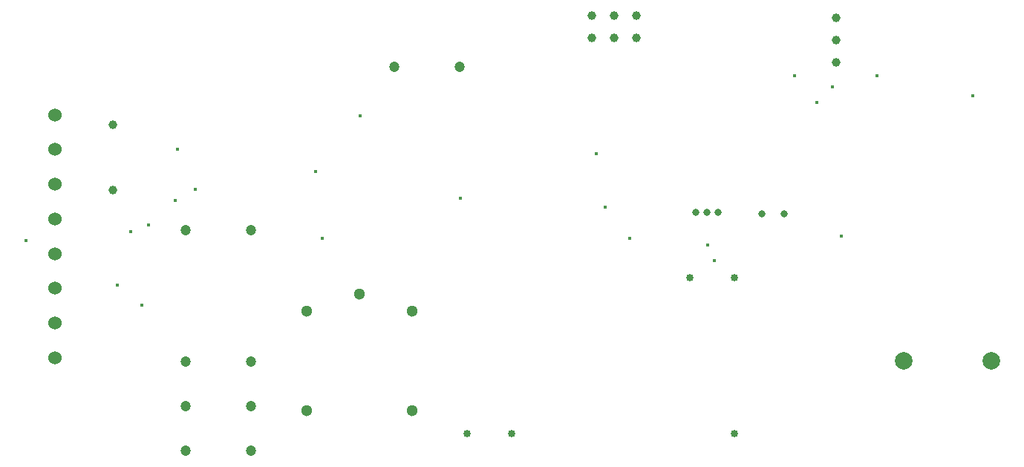
<source format=gbr>
%TF.GenerationSoftware,KiCad,Pcbnew,7.0.0-1.fc36*%
%TF.CreationDate,2023-03-13T21:20:17-05:00*%
%TF.ProjectId,2275Mod,32323735-4d6f-4642-9e6b-696361645f70,rev?*%
%TF.SameCoordinates,Original*%
%TF.FileFunction,Plated,1,2,PTH,Drill*%
%TF.FilePolarity,Positive*%
%FSLAX46Y46*%
G04 Gerber Fmt 4.6, Leading zero omitted, Abs format (unit mm)*
G04 Created by KiCad (PCBNEW 7.0.0-1.fc36) date 2023-03-13 21:20:17*
%MOMM*%
%LPD*%
G01*
G04 APERTURE LIST*
%TA.AperFunction,ViaDrill*%
%ADD10C,0.400000*%
%TD*%
%TA.AperFunction,ComponentDrill*%
%ADD11C,0.800000*%
%TD*%
%TA.AperFunction,ComponentDrill*%
%ADD12C,0.830000*%
%TD*%
%TA.AperFunction,ComponentDrill*%
%ADD13C,0.850000*%
%TD*%
%TA.AperFunction,ComponentDrill*%
%ADD14C,1.000000*%
%TD*%
%TA.AperFunction,ComponentDrill*%
%ADD15C,1.200000*%
%TD*%
%TA.AperFunction,ComponentDrill*%
%ADD16C,1.300000*%
%TD*%
%TA.AperFunction,ComponentDrill*%
%ADD17C,1.524000*%
%TD*%
%TA.AperFunction,ComponentDrill*%
%ADD18C,2.000000*%
%TD*%
G04 APERTURE END LIST*
D10*
X103886000Y-101092000D03*
X114300000Y-106172000D03*
X115824000Y-100076000D03*
X117094000Y-108458000D03*
X117856000Y-99314000D03*
X120899701Y-96515701D03*
X121158000Y-90678000D03*
X123190000Y-95250000D03*
X136906000Y-93218000D03*
X137668000Y-100838000D03*
X141986000Y-86868000D03*
X153416000Y-96266000D03*
X168910000Y-91186000D03*
X169926000Y-97282000D03*
X172715701Y-100833701D03*
X181610000Y-101600000D03*
X182372000Y-103378000D03*
X191516000Y-82296000D03*
X194056000Y-85344000D03*
X195834000Y-83566000D03*
X196850000Y-100584000D03*
X200914000Y-82296000D03*
X211836000Y-84582000D03*
D11*
%TO.C,C3*%
X187770888Y-98044000D03*
X190270888Y-98044000D03*
D12*
%TO.C,U1*%
X180256250Y-97885500D03*
X181526250Y-97885500D03*
X182796250Y-97885500D03*
D13*
%TO.C,PS1*%
X154167500Y-123104500D03*
X159247500Y-123104500D03*
X179567500Y-105324500D03*
X184647500Y-105324500D03*
X184647500Y-123104500D03*
D14*
%TO.C,C1*%
X113792000Y-87884000D03*
X113792000Y-95384000D03*
%TO.C,J200*%
X168402000Y-75438000D03*
X168402000Y-77978000D03*
X170942000Y-75438000D03*
X170942000Y-77978000D03*
X173482000Y-75438000D03*
X173482000Y-77978000D03*
%TO.C,J201*%
X196215000Y-75692000D03*
X196215000Y-78232000D03*
X196215000Y-80772000D03*
D15*
%TO.C,K1*%
X122047000Y-99917000D03*
X122047000Y-114903000D03*
X122047000Y-119983000D03*
X122047000Y-125063000D03*
X129540000Y-99917000D03*
X129540000Y-114903000D03*
X129540000Y-119983000D03*
X129540000Y-125063000D03*
%TO.C,C2*%
X145839246Y-81280000D03*
X153339246Y-81280000D03*
D16*
%TO.C,K2*%
X135876501Y-109177604D03*
X135876501Y-120477599D03*
X141876500Y-107177602D03*
X147876499Y-109177604D03*
X147876499Y-120477599D03*
D17*
%TO.C,J1*%
X107186000Y-86757500D03*
X107186000Y-90717500D03*
X107186000Y-94677500D03*
X107186000Y-98637500D03*
X107186000Y-102597500D03*
X107186000Y-106557500D03*
X107186000Y-110517500D03*
X107186000Y-114477500D03*
D18*
%TO.C,C201*%
X203928630Y-114808000D03*
X213928630Y-114808000D03*
M02*

</source>
